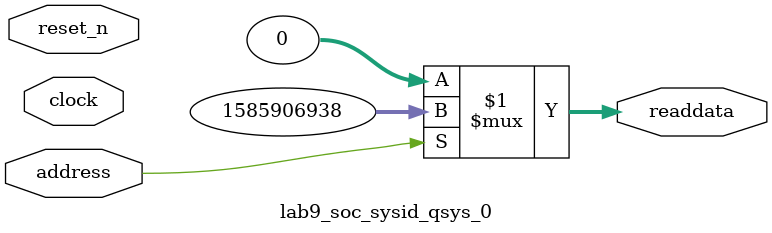
<source format=v>



// synthesis translate_off
`timescale 1ns / 1ps
// synthesis translate_on

// turn off superfluous verilog processor warnings 
// altera message_level Level1 
// altera message_off 10034 10035 10036 10037 10230 10240 10030 

module lab9_soc_sysid_qsys_0 (
               // inputs:
                address,
                clock,
                reset_n,

               // outputs:
                readdata
             )
;

  output  [ 31: 0] readdata;
  input            address;
  input            clock;
  input            reset_n;

  wire    [ 31: 0] readdata;
  //control_slave, which is an e_avalon_slave
  assign readdata = address ? 1585906938 : 0;

endmodule



</source>
